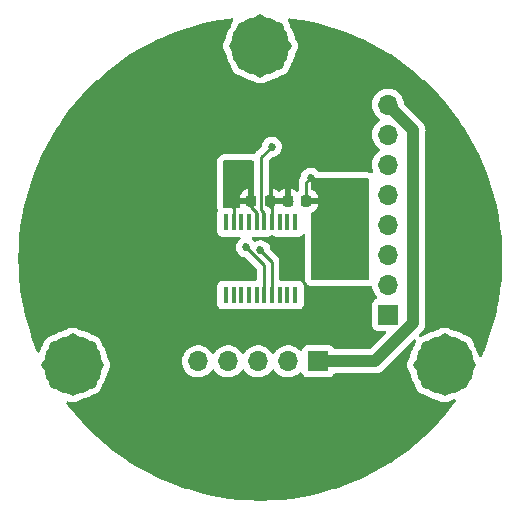
<source format=gbr>
%TF.GenerationSoftware,KiCad,Pcbnew,6.0.1-79c1e3a40b~116~ubuntu21.10.1*%
%TF.CreationDate,2022-03-03T18:49:24-07:00*%
%TF.ProjectId,MotorSpeedController,4d6f746f-7253-4706-9565-64436f6e7472,rev?*%
%TF.SameCoordinates,Original*%
%TF.FileFunction,Copper,L2,Bot*%
%TF.FilePolarity,Positive*%
%FSLAX46Y46*%
G04 Gerber Fmt 4.6, Leading zero omitted, Abs format (unit mm)*
G04 Created by KiCad (PCBNEW 6.0.1-79c1e3a40b~116~ubuntu21.10.1) date 2022-03-03 18:49:24*
%MOMM*%
%LPD*%
G01*
G04 APERTURE LIST*
G04 Aperture macros list*
%AMRoundRect*
0 Rectangle with rounded corners*
0 $1 Rounding radius*
0 $2 $3 $4 $5 $6 $7 $8 $9 X,Y pos of 4 corners*
0 Add a 4 corners polygon primitive as box body*
4,1,4,$2,$3,$4,$5,$6,$7,$8,$9,$2,$3,0*
0 Add four circle primitives for the rounded corners*
1,1,$1+$1,$2,$3*
1,1,$1+$1,$4,$5*
1,1,$1+$1,$6,$7*
1,1,$1+$1,$8,$9*
0 Add four rect primitives between the rounded corners*
20,1,$1+$1,$2,$3,$4,$5,0*
20,1,$1+$1,$4,$5,$6,$7,0*
20,1,$1+$1,$6,$7,$8,$9,0*
20,1,$1+$1,$8,$9,$2,$3,0*%
G04 Aperture macros list end*
%TA.AperFunction,ComponentPad*%
%ADD10C,0.800000*%
%TD*%
%TA.AperFunction,ComponentPad*%
%ADD11C,5.000000*%
%TD*%
%TA.AperFunction,ComponentPad*%
%ADD12R,1.700000X1.700000*%
%TD*%
%TA.AperFunction,ComponentPad*%
%ADD13O,1.700000X1.700000*%
%TD*%
%TA.AperFunction,SMDPad,CuDef*%
%ADD14RoundRect,0.218750X-0.218750X-0.256250X0.218750X-0.256250X0.218750X0.256250X-0.218750X0.256250X0*%
%TD*%
%TA.AperFunction,SMDPad,CuDef*%
%ADD15RoundRect,0.218750X0.218750X0.256250X-0.218750X0.256250X-0.218750X-0.256250X0.218750X-0.256250X0*%
%TD*%
%TA.AperFunction,SMDPad,CuDef*%
%ADD16R,0.460000X1.430000*%
%TD*%
%TA.AperFunction,ViaPad*%
%ADD17C,0.685800*%
%TD*%
%TA.AperFunction,Conductor*%
%ADD18C,0.254000*%
%TD*%
%TA.AperFunction,Conductor*%
%ADD19C,1.016000*%
%TD*%
G04 APERTURE END LIST*
D10*
%TO.P,H2,1*%
%TO.N,GND*%
X115890990Y-69309010D03*
X114300000Y-73150000D03*
X112709010Y-69309010D03*
D11*
X114300000Y-70900000D03*
D10*
X116550000Y-70900000D03*
X115890990Y-72490990D03*
X112709010Y-72490990D03*
X112050000Y-70900000D03*
X114300000Y-68650000D03*
%TD*%
%TO.P,H3,1*%
%TO.N,GND*%
X127635000Y-97900000D03*
X128294010Y-96309010D03*
X132135000Y-97900000D03*
X131475990Y-99490990D03*
X129885000Y-100150000D03*
X131475990Y-96309010D03*
X129885000Y-95650000D03*
X128294010Y-99490990D03*
D11*
X129885000Y-97900000D03*
%TD*%
D12*
%TO.P,J1,1*%
%TO.N,SS*%
X125095000Y-93662500D03*
D13*
%TO.P,J1,2*%
%TO.N,MOSI*%
X125095000Y-91122500D03*
%TO.P,J1,3*%
%TO.N,MISO*%
X125095000Y-88582500D03*
%TO.P,J1,4*%
%TO.N,SCK*%
X125095000Y-86042500D03*
%TO.P,J1,5*%
%TO.N,~{RST}*%
X125095000Y-83502500D03*
%TO.P,J1,6*%
%TO.N,GND*%
X125095000Y-80962500D03*
%TO.P,J1,7*%
X125095000Y-78422500D03*
%TO.P,J1,8*%
%TO.N,+12V*%
X125095000Y-75882500D03*
%TD*%
D10*
%TO.P,H1,1*%
%TO.N,GND*%
X98411000Y-100150000D03*
X96820010Y-96309010D03*
X96820010Y-99490990D03*
X100661000Y-97900000D03*
X98411000Y-95650000D03*
D11*
X98411000Y-97900000D03*
D10*
X96161000Y-97900000D03*
X100001990Y-96309010D03*
X100001990Y-99490990D03*
%TD*%
D12*
%TO.P,J2,1*%
%TO.N,+12V*%
X119189500Y-97599500D03*
D13*
%TO.P,J2,2*%
%TO.N,PWM*%
X116649500Y-97599500D03*
%TO.P,J2,3*%
%TO.N,DIR*%
X114109500Y-97599500D03*
%TO.P,J2,4*%
%TO.N,BRAKE*%
X111569500Y-97599500D03*
%TO.P,J2,5*%
%TO.N,GND*%
X109029500Y-97599500D03*
%TD*%
D14*
%TO.P,C3,1*%
%TO.N,+5V*%
X116624000Y-84010500D03*
%TO.P,C3,2*%
%TO.N,GND*%
X118199000Y-84010500D03*
%TD*%
D15*
%TO.P,C5,1*%
%TO.N,+5V*%
X115087500Y-84010500D03*
%TO.P,C5,2*%
%TO.N,GND*%
X113512500Y-84010500D03*
%TD*%
D16*
%TO.P,U2,1*%
%TO.N,N/C*%
X111375000Y-85820000D03*
%TO.P,U2,2*%
%TO.N,GND*%
X112025000Y-85820000D03*
%TO.P,U2,3*%
%TO.N,N/C*%
X112675000Y-85820000D03*
%TO.P,U2,4*%
X113325000Y-85820000D03*
%TO.P,U2,5*%
%TO.N,GND*%
X113975000Y-85820000D03*
%TO.P,U2,6*%
%TO.N,Net-(R3-Pad1)*%
X114625000Y-85820000D03*
%TO.P,U2,7*%
%TO.N,+5V*%
X115275000Y-85820000D03*
%TO.P,U2,8*%
%TO.N,N/C*%
X115925000Y-85820000D03*
%TO.P,U2,9*%
X116575000Y-85820000D03*
%TO.P,U2,10*%
X117225000Y-85820000D03*
%TO.P,U2,11*%
X117225000Y-91980000D03*
%TO.P,U2,12*%
X116575000Y-91980000D03*
%TO.P,U2,13*%
X115925000Y-91980000D03*
%TO.P,U2,14*%
%TO.N,INT0*%
X115275000Y-91980000D03*
%TO.P,U2,15*%
%TO.N,INT1*%
X114625000Y-91980000D03*
%TO.P,U2,16*%
%TO.N,N/C*%
X113975000Y-91980000D03*
%TO.P,U2,17*%
X113325000Y-91980000D03*
%TO.P,U2,18*%
X112675000Y-91980000D03*
%TO.P,U2,19*%
X112025000Y-91980000D03*
%TO.P,U2,20*%
X111375000Y-91980000D03*
%TD*%
D17*
%TO.N,GND*%
X111887000Y-82740500D03*
X112712500Y-82740500D03*
X121475500Y-84645500D03*
X120523000Y-83756500D03*
X111887000Y-81851500D03*
X121412000Y-83756500D03*
X121475500Y-88519000D03*
X122301000Y-84645500D03*
X122237500Y-83756500D03*
X121539000Y-90043000D03*
X111887000Y-81089500D03*
X118554500Y-82042000D03*
%TO.N,+5V*%
X117919500Y-99822000D03*
X116459000Y-90424000D03*
X113855500Y-79184500D03*
X111315500Y-89598500D03*
X119697500Y-99822000D03*
X120523000Y-99885500D03*
X111325268Y-87972914D03*
X118808500Y-99822000D03*
%TO.N,Net-(R3-Pad1)*%
X115252500Y-79438500D03*
%TO.N,INT0*%
X114300000Y-88201500D03*
%TO.N,INT1*%
X113093500Y-87947500D03*
%TD*%
D18*
%TO.N,GND*%
X113512500Y-84010500D02*
X113512500Y-84494128D01*
X112077500Y-83947000D02*
X113411000Y-83947000D01*
X113512500Y-84494128D02*
X114046000Y-85027628D01*
X118199000Y-84010500D02*
X118199000Y-82397500D01*
X118199000Y-82397500D02*
X118554500Y-82042000D01*
X112025000Y-83999500D02*
X112077500Y-83947000D01*
X114046000Y-85027628D02*
X114046000Y-85788500D01*
X112025000Y-85820000D02*
X112025000Y-83999500D01*
%TO.N,+5V*%
X115125500Y-84010500D02*
X115062000Y-84010500D01*
X115275000Y-85820000D02*
X115275000Y-84160000D01*
X115275000Y-84160000D02*
X115125500Y-84010500D01*
X115087500Y-84010500D02*
X116967000Y-84010500D01*
%TO.N,Net-(R3-Pad1)*%
X114363500Y-80327500D02*
X114363500Y-84806298D01*
X114363500Y-84806298D02*
X114617500Y-85060298D01*
X114617500Y-85060298D02*
X114617500Y-85852000D01*
X115252500Y-79438500D02*
X114363500Y-80327500D01*
%TO.N,INT0*%
X115275000Y-89176500D02*
X114300000Y-88201500D01*
X115275000Y-91980000D02*
X115275000Y-89176500D01*
%TO.N,INT1*%
X113093500Y-87947500D02*
X114617500Y-89471500D01*
X114617500Y-89471500D02*
X114617500Y-92011500D01*
D19*
%TO.N,+12V*%
X124001002Y-97599500D02*
X119189500Y-97599500D01*
X125095000Y-75882500D02*
X127254000Y-78041500D01*
X127254000Y-94346502D02*
X124001002Y-97599500D01*
X127254000Y-78041500D02*
X127254000Y-94346502D01*
%TD*%
%TA.AperFunction,Conductor*%
%TO.N,GND*%
G36*
X113670121Y-80601502D02*
G01*
X113716614Y-80655158D01*
X113728000Y-80707500D01*
X113728000Y-84138500D01*
X113707998Y-84206621D01*
X113654342Y-84253114D01*
X113602000Y-84264500D01*
X112585115Y-84264500D01*
X112569876Y-84268975D01*
X112568671Y-84270365D01*
X112567000Y-84278048D01*
X112567000Y-84311766D01*
X112567337Y-84318282D01*
X112576804Y-84409521D01*
X112579698Y-84422922D01*
X112582269Y-84430628D01*
X112584851Y-84501577D01*
X112548666Y-84562660D01*
X112485200Y-84594483D01*
X112462744Y-84596500D01*
X112396866Y-84596500D01*
X112361278Y-84600366D01*
X112334065Y-84600366D01*
X112306480Y-84597369D01*
X112299673Y-84597000D01*
X112273115Y-84597000D01*
X112257876Y-84601475D01*
X112236872Y-84625714D01*
X112203973Y-84652256D01*
X112198295Y-84654385D01*
X112100565Y-84727630D01*
X112034059Y-84752478D01*
X111964676Y-84737425D01*
X111949435Y-84727630D01*
X111876949Y-84673304D01*
X111851705Y-84654385D01*
X111843874Y-84651449D01*
X111804495Y-84611982D01*
X111789135Y-84598672D01*
X111781452Y-84597001D01*
X111750330Y-84597001D01*
X111743512Y-84597370D01*
X111715933Y-84600366D01*
X111688722Y-84600366D01*
X111653134Y-84596500D01*
X111251000Y-84596500D01*
X111182879Y-84576498D01*
X111136386Y-84522842D01*
X111125000Y-84470500D01*
X111125000Y-83738385D01*
X112567000Y-83738385D01*
X112571475Y-83753624D01*
X112572865Y-83754829D01*
X112580548Y-83756500D01*
X113240385Y-83756500D01*
X113255624Y-83752025D01*
X113256829Y-83750635D01*
X113258500Y-83742952D01*
X113258500Y-83045615D01*
X113254025Y-83030376D01*
X113252635Y-83029171D01*
X113245679Y-83027658D01*
X113242218Y-83027837D01*
X113150979Y-83037304D01*
X113137583Y-83040197D01*
X112990313Y-83089330D01*
X112977134Y-83095504D01*
X112845486Y-83176970D01*
X112834085Y-83186006D01*
X112724702Y-83295580D01*
X112715690Y-83306991D01*
X112634447Y-83438791D01*
X112628303Y-83451968D01*
X112579421Y-83599343D01*
X112576555Y-83612710D01*
X112567328Y-83702770D01*
X112567000Y-83709185D01*
X112567000Y-83738385D01*
X111125000Y-83738385D01*
X111125000Y-80707500D01*
X111145002Y-80639379D01*
X111198658Y-80592886D01*
X111251000Y-80581500D01*
X113602000Y-80581500D01*
X113670121Y-80601502D01*
G37*
%TD.AperFunction*%
%TD*%
%TA.AperFunction,Conductor*%
%TO.N,GND*%
G36*
X123449621Y-82125502D02*
G01*
X123496114Y-82179158D01*
X123507500Y-82231500D01*
X123507500Y-90615500D01*
X123487498Y-90683621D01*
X123433842Y-90730114D01*
X123381500Y-90741500D01*
X118708000Y-90741500D01*
X118639879Y-90721498D01*
X118593386Y-90667842D01*
X118582000Y-90615500D01*
X118582000Y-85068897D01*
X118602002Y-85000776D01*
X118655658Y-84954283D01*
X118668124Y-84949373D01*
X118721187Y-84931670D01*
X118734366Y-84925496D01*
X118866014Y-84844030D01*
X118877415Y-84834994D01*
X118986798Y-84725420D01*
X118995810Y-84714009D01*
X119077053Y-84582209D01*
X119083197Y-84569032D01*
X119132079Y-84421657D01*
X119134945Y-84408290D01*
X119144172Y-84318230D01*
X119144500Y-84311815D01*
X119144500Y-84282615D01*
X119140025Y-84267376D01*
X119138635Y-84266171D01*
X119130952Y-84264500D01*
X118582000Y-84264500D01*
X118582000Y-83756500D01*
X119126385Y-83756500D01*
X119141624Y-83752025D01*
X119142829Y-83750635D01*
X119144500Y-83742952D01*
X119144500Y-83709234D01*
X119144163Y-83702718D01*
X119134696Y-83611479D01*
X119131803Y-83598083D01*
X119082670Y-83450813D01*
X119076496Y-83437634D01*
X118995030Y-83305986D01*
X118985994Y-83294585D01*
X118876420Y-83185202D01*
X118865009Y-83176190D01*
X118733209Y-83094947D01*
X118720031Y-83088803D01*
X118668333Y-83071655D01*
X118609973Y-83031224D01*
X118582736Y-82965660D01*
X118582000Y-82952062D01*
X118582000Y-82231500D01*
X118602002Y-82163379D01*
X118655658Y-82116886D01*
X118708000Y-82105500D01*
X123381500Y-82105500D01*
X123449621Y-82125502D01*
G37*
%TD.AperFunction*%
%TD*%
%TA.AperFunction,Conductor*%
%TO.N,+5V*%
G36*
X116732200Y-68556749D02*
G01*
X116971995Y-68583011D01*
X116977446Y-68583728D01*
X117855693Y-68718904D01*
X117861106Y-68719859D01*
X118307316Y-68808615D01*
X118732603Y-68893209D01*
X118737931Y-68894391D01*
X119447315Y-69067976D01*
X119601055Y-69105596D01*
X119606364Y-69107019D01*
X120459421Y-69355662D01*
X120464664Y-69357315D01*
X121306083Y-69642938D01*
X121311219Y-69644808D01*
X122139401Y-69966870D01*
X122144460Y-69968966D01*
X122476430Y-70115036D01*
X122957774Y-70326833D01*
X122962756Y-70329156D01*
X123759672Y-70722151D01*
X123764549Y-70724689D01*
X124543604Y-71152093D01*
X124548364Y-71154842D01*
X125307992Y-71615795D01*
X125312629Y-71618749D01*
X126051459Y-72112420D01*
X126055928Y-72115549D01*
X126453143Y-72406799D01*
X126772532Y-72640985D01*
X126776893Y-72644332D01*
X127469842Y-73200482D01*
X127474054Y-73204015D01*
X127748236Y-73444466D01*
X128092038Y-73745972D01*
X128142129Y-73789901D01*
X128146182Y-73793615D01*
X128788046Y-74408067D01*
X128791933Y-74411954D01*
X129406385Y-75053818D01*
X129410099Y-75057871D01*
X129995985Y-75725946D01*
X129999518Y-75730158D01*
X130555668Y-76423107D01*
X130559015Y-76427468D01*
X131084451Y-77144072D01*
X131087580Y-77148541D01*
X131310144Y-77481631D01*
X131581251Y-77887371D01*
X131584205Y-77892008D01*
X132045158Y-78651636D01*
X132047907Y-78656396D01*
X132475311Y-79435451D01*
X132477849Y-79440328D01*
X132870844Y-80237244D01*
X132873167Y-80242226D01*
X132984945Y-80496260D01*
X133173183Y-80924062D01*
X133231030Y-81055530D01*
X133233130Y-81060599D01*
X133545560Y-81864009D01*
X133555187Y-81888766D01*
X133557062Y-81893917D01*
X133763596Y-82502348D01*
X133842685Y-82735336D01*
X133844338Y-82740579D01*
X134092981Y-83593636D01*
X134094404Y-83598945D01*
X134305609Y-84462069D01*
X134306791Y-84467397D01*
X134384545Y-84858295D01*
X134480141Y-85338894D01*
X134481096Y-85344307D01*
X134616272Y-86222554D01*
X134616989Y-86228003D01*
X134711029Y-87086671D01*
X134713723Y-87111274D01*
X134714202Y-87116746D01*
X134768222Y-87940935D01*
X134772316Y-88003404D01*
X134772556Y-88008896D01*
X134791940Y-88897251D01*
X134791940Y-88902749D01*
X134772842Y-89778016D01*
X134772556Y-89791104D01*
X134772316Y-89796591D01*
X134718423Y-90618849D01*
X134714202Y-90683250D01*
X134713723Y-90688722D01*
X134662920Y-91152599D01*
X134616989Y-91571995D01*
X134616272Y-91577446D01*
X134481096Y-92455693D01*
X134480141Y-92461106D01*
X134424722Y-92739717D01*
X134333190Y-93199887D01*
X134306794Y-93332588D01*
X134305609Y-93337931D01*
X134131764Y-94048377D01*
X134094404Y-94201055D01*
X134092981Y-94206364D01*
X133844338Y-95059421D01*
X133842685Y-95064664D01*
X133600614Y-95777784D01*
X133557067Y-95906068D01*
X133555192Y-95911219D01*
X133272102Y-96639184D01*
X133233134Y-96739391D01*
X133231034Y-96744460D01*
X133040504Y-97177473D01*
X132994761Y-97231769D01*
X132926924Y-97252715D01*
X132858532Y-97233660D01*
X132811299Y-97180655D01*
X132804364Y-97162513D01*
X132794379Y-97128805D01*
X132720437Y-96879180D01*
X132672920Y-96767777D01*
X132585740Y-96563386D01*
X132585738Y-96563383D01*
X132584316Y-96560048D01*
X132576358Y-96546095D01*
X132414214Y-96261826D01*
X132414212Y-96261822D01*
X132412417Y-96258676D01*
X132399690Y-96241351D01*
X132375927Y-96179928D01*
X132370222Y-96125645D01*
X132370222Y-96125643D01*
X132369532Y-96119082D01*
X132310517Y-95937454D01*
X132215030Y-95772066D01*
X132208725Y-95765063D01*
X132091665Y-95635055D01*
X132091664Y-95635054D01*
X132087243Y-95630144D01*
X131932742Y-95517892D01*
X131926714Y-95515208D01*
X131926712Y-95515207D01*
X131764309Y-95442901D01*
X131764308Y-95442901D01*
X131758278Y-95440216D01*
X131577936Y-95401883D01*
X131533857Y-95383218D01*
X131475659Y-95344111D01*
X131419047Y-95306069D01*
X131110741Y-95146940D01*
X130786189Y-95024302D01*
X130782668Y-95023418D01*
X130782663Y-95023416D01*
X130478542Y-94947027D01*
X130435176Y-94926759D01*
X130347094Y-94862763D01*
X130347093Y-94862762D01*
X130341752Y-94858882D01*
X130335724Y-94856198D01*
X130335722Y-94856197D01*
X130173319Y-94783891D01*
X130173318Y-94783891D01*
X130167288Y-94781206D01*
X130063782Y-94759205D01*
X129986944Y-94742872D01*
X129986939Y-94742872D01*
X129980487Y-94741500D01*
X129789513Y-94741500D01*
X129783061Y-94742872D01*
X129783056Y-94742872D01*
X129706218Y-94759205D01*
X129602712Y-94781206D01*
X129596682Y-94783891D01*
X129596681Y-94783891D01*
X129434278Y-94856197D01*
X129434276Y-94856198D01*
X129428248Y-94858882D01*
X129422907Y-94862762D01*
X129422906Y-94862763D01*
X129405016Y-94875761D01*
X129338520Y-94924074D01*
X129328852Y-94931098D01*
X129281634Y-94952270D01*
X129138784Y-94983416D01*
X129084146Y-94995329D01*
X129074583Y-94997414D01*
X129071156Y-94998587D01*
X129071150Y-94998589D01*
X128790556Y-95094658D01*
X128746339Y-95109797D01*
X128433188Y-95259163D01*
X128430109Y-95261094D01*
X128430108Y-95261095D01*
X128231567Y-95385640D01*
X128190809Y-95402150D01*
X128011722Y-95440216D01*
X127886729Y-95495866D01*
X127816363Y-95505300D01*
X127752066Y-95475194D01*
X127714252Y-95415105D01*
X127714928Y-95344111D01*
X127746386Y-95291664D01*
X127928733Y-95109317D01*
X127938876Y-95100215D01*
X127968649Y-95076277D01*
X128001187Y-95037500D01*
X128004352Y-95033872D01*
X128006046Y-95032004D01*
X128008240Y-95029810D01*
X128035736Y-94996336D01*
X128036488Y-94995429D01*
X128096786Y-94923569D01*
X128099375Y-94918860D01*
X128102782Y-94914712D01*
X128105690Y-94909288D01*
X128105693Y-94909284D01*
X128147050Y-94832153D01*
X128147679Y-94830994D01*
X128175805Y-94779834D01*
X128192821Y-94748881D01*
X128194444Y-94743765D01*
X128196984Y-94739028D01*
X128224384Y-94649406D01*
X128224767Y-94648176D01*
X128251236Y-94564736D01*
X128253098Y-94558867D01*
X128253697Y-94553529D01*
X128255267Y-94548393D01*
X128264746Y-94455071D01*
X128264866Y-94453951D01*
X128270500Y-94403718D01*
X128270500Y-94400213D01*
X128270562Y-94399105D01*
X128271010Y-94393410D01*
X128274790Y-94356197D01*
X128274790Y-94356190D01*
X128275412Y-94350067D01*
X128271059Y-94304016D01*
X128270500Y-94292159D01*
X128270500Y-78103776D01*
X128271237Y-78090168D01*
X128274697Y-78058321D01*
X128274697Y-78058317D01*
X128275362Y-78052196D01*
X128270954Y-78001810D01*
X128270625Y-77996982D01*
X128270500Y-77994427D01*
X128270500Y-77991343D01*
X128268992Y-77975969D01*
X128266278Y-77948281D01*
X128266156Y-77946968D01*
X128261347Y-77892008D01*
X128257988Y-77853608D01*
X128256489Y-77848448D01*
X128255965Y-77843106D01*
X128228883Y-77753404D01*
X128228527Y-77752204D01*
X128202372Y-77662178D01*
X128199900Y-77657410D01*
X128198348Y-77652268D01*
X128195453Y-77646823D01*
X128195450Y-77646816D01*
X128154367Y-77569550D01*
X128153753Y-77568382D01*
X128151813Y-77564638D01*
X128110634Y-77485196D01*
X128107282Y-77480997D01*
X128104761Y-77476256D01*
X128045506Y-77403603D01*
X128044719Y-77402626D01*
X128015436Y-77365944D01*
X128015430Y-77365937D01*
X128013232Y-77363184D01*
X128010736Y-77360688D01*
X128010026Y-77359894D01*
X128006307Y-77355540D01*
X127982663Y-77326549D01*
X127982660Y-77326546D01*
X127978768Y-77321774D01*
X127943127Y-77292289D01*
X127934348Y-77284300D01*
X126484185Y-75834137D01*
X126450159Y-75771825D01*
X126447704Y-75755366D01*
X126440276Y-75665022D01*
X126439852Y-75659861D01*
X126385431Y-75443202D01*
X126296354Y-75238340D01*
X126256906Y-75177362D01*
X126177822Y-75055117D01*
X126177820Y-75055114D01*
X126175014Y-75050777D01*
X126024670Y-74885551D01*
X126020619Y-74882352D01*
X126020615Y-74882348D01*
X125853414Y-74750300D01*
X125853410Y-74750298D01*
X125849359Y-74747098D01*
X125653789Y-74639138D01*
X125648920Y-74637414D01*
X125648916Y-74637412D01*
X125448087Y-74566295D01*
X125448083Y-74566294D01*
X125443212Y-74564569D01*
X125438119Y-74563662D01*
X125438116Y-74563661D01*
X125228373Y-74526300D01*
X125228367Y-74526299D01*
X125223284Y-74525394D01*
X125149452Y-74524492D01*
X125005081Y-74522728D01*
X125005079Y-74522728D01*
X124999911Y-74522665D01*
X124779091Y-74556455D01*
X124566756Y-74625857D01*
X124368607Y-74729007D01*
X124364474Y-74732110D01*
X124364471Y-74732112D01*
X124340247Y-74750300D01*
X124189965Y-74863135D01*
X124035629Y-75024638D01*
X123909743Y-75209180D01*
X123815688Y-75411805D01*
X123755989Y-75627070D01*
X123732251Y-75849195D01*
X123745110Y-76072215D01*
X123746247Y-76077261D01*
X123746248Y-76077267D01*
X123770304Y-76184008D01*
X123794222Y-76290139D01*
X123878266Y-76497116D01*
X123994987Y-76687588D01*
X124141250Y-76856438D01*
X124313126Y-76999132D01*
X124383595Y-77040311D01*
X124386445Y-77041976D01*
X124435169Y-77093614D01*
X124448240Y-77163397D01*
X124421509Y-77229169D01*
X124381055Y-77262527D01*
X124368607Y-77269007D01*
X124364474Y-77272110D01*
X124364471Y-77272112D01*
X124194100Y-77400030D01*
X124189965Y-77403135D01*
X124186393Y-77406873D01*
X124111419Y-77485329D01*
X124035629Y-77564638D01*
X123909743Y-77749180D01*
X123815688Y-77951805D01*
X123755989Y-78167070D01*
X123732251Y-78389195D01*
X123745110Y-78612215D01*
X123746247Y-78617261D01*
X123746248Y-78617267D01*
X123763636Y-78694419D01*
X123794222Y-78830139D01*
X123878266Y-79037116D01*
X123994987Y-79227588D01*
X124141250Y-79396438D01*
X124313126Y-79539132D01*
X124383595Y-79580311D01*
X124386445Y-79581976D01*
X124435169Y-79633614D01*
X124448240Y-79703397D01*
X124421509Y-79769169D01*
X124381055Y-79802527D01*
X124368607Y-79809007D01*
X124364474Y-79812110D01*
X124364471Y-79812112D01*
X124194100Y-79940030D01*
X124189965Y-79943135D01*
X124140240Y-79995169D01*
X124043411Y-80096495D01*
X124035629Y-80104638D01*
X123909743Y-80289180D01*
X123815688Y-80491805D01*
X123755989Y-80707070D01*
X123732251Y-80929195D01*
X123732548Y-80934348D01*
X123732548Y-80934351D01*
X123739535Y-81055530D01*
X123745110Y-81152215D01*
X123746247Y-81157261D01*
X123746248Y-81157267D01*
X123761837Y-81226438D01*
X123794222Y-81370139D01*
X123796164Y-81374921D01*
X123796165Y-81374925D01*
X123854399Y-81518338D01*
X123861495Y-81588979D01*
X123829273Y-81652243D01*
X123767963Y-81688043D01*
X123697031Y-81685013D01*
X123685314Y-81680356D01*
X123623755Y-81652243D01*
X123592740Y-81638079D01*
X123568986Y-81631104D01*
X123528942Y-81619346D01*
X123528938Y-81619345D01*
X123524619Y-81618077D01*
X123520171Y-81617437D01*
X123520164Y-81617436D01*
X123385948Y-81598139D01*
X123385941Y-81598138D01*
X123381500Y-81597500D01*
X119353084Y-81597500D01*
X119284963Y-81577498D01*
X119251150Y-81545564D01*
X119250392Y-81544521D01*
X119247091Y-81538803D01*
X119127336Y-81405801D01*
X119071311Y-81365096D01*
X118987887Y-81304485D01*
X118987886Y-81304484D01*
X118982545Y-81300604D01*
X118976517Y-81297920D01*
X118976515Y-81297919D01*
X118825077Y-81230495D01*
X118825076Y-81230495D01*
X118819046Y-81227810D01*
X118731516Y-81209205D01*
X118650443Y-81191972D01*
X118650439Y-81191972D01*
X118643986Y-81190600D01*
X118465014Y-81190600D01*
X118458561Y-81191972D01*
X118458557Y-81191972D01*
X118377484Y-81209205D01*
X118289954Y-81227810D01*
X118283924Y-81230495D01*
X118283923Y-81230495D01*
X118132485Y-81297919D01*
X118132483Y-81297920D01*
X118126455Y-81300604D01*
X118121114Y-81304484D01*
X118121113Y-81304485D01*
X118037690Y-81365096D01*
X117981664Y-81405801D01*
X117861909Y-81538803D01*
X117772423Y-81693797D01*
X117717118Y-81864009D01*
X117716428Y-81870572D01*
X117716428Y-81870573D01*
X117707294Y-81957476D01*
X117684382Y-82017161D01*
X117680783Y-82020994D01*
X117676965Y-82027938D01*
X117676964Y-82027940D01*
X117670978Y-82038829D01*
X117660127Y-82055347D01*
X117647650Y-82071433D01*
X117630024Y-82112166D01*
X117624807Y-82122814D01*
X117603431Y-82161697D01*
X117601460Y-82169372D01*
X117601458Y-82169378D01*
X117598369Y-82181411D01*
X117591966Y-82200113D01*
X117583883Y-82218792D01*
X117581843Y-82231674D01*
X117576940Y-82262627D01*
X117574535Y-82274240D01*
X117563500Y-82317218D01*
X117563500Y-82337565D01*
X117561949Y-82357276D01*
X117558765Y-82377379D01*
X117559511Y-82385271D01*
X117562941Y-82421556D01*
X117563500Y-82433414D01*
X117563500Y-83090438D01*
X117543498Y-83158559D01*
X117524523Y-83179509D01*
X117525445Y-83180429D01*
X117500259Y-83205659D01*
X117437977Y-83239738D01*
X117367157Y-83234735D01*
X117322068Y-83205814D01*
X117301420Y-83185202D01*
X117290009Y-83176190D01*
X117158209Y-83094947D01*
X117145032Y-83088803D01*
X116997657Y-83039921D01*
X116984290Y-83037055D01*
X116894800Y-83027886D01*
X116880876Y-83031975D01*
X116879671Y-83033365D01*
X116878000Y-83041048D01*
X116878000Y-84138500D01*
X116857998Y-84206621D01*
X116804342Y-84253114D01*
X116752000Y-84264500D01*
X115359615Y-84264500D01*
X115344376Y-84268975D01*
X115343171Y-84270365D01*
X115341500Y-84278048D01*
X115341500Y-84538885D01*
X115345887Y-84553826D01*
X115345887Y-84624823D01*
X115307503Y-84684549D01*
X115242922Y-84714042D01*
X115172648Y-84703937D01*
X115149425Y-84690149D01*
X115139993Y-84683080D01*
X115123991Y-84667342D01*
X115123634Y-84667699D01*
X115109247Y-84653312D01*
X115096406Y-84638278D01*
X115089102Y-84628225D01*
X115084442Y-84621811D01*
X115050250Y-84593525D01*
X115041471Y-84585536D01*
X115035905Y-84579970D01*
X115001879Y-84517658D01*
X114999000Y-84490875D01*
X114999000Y-83738385D01*
X115341500Y-83738385D01*
X115345975Y-83753624D01*
X115347365Y-83754829D01*
X115355048Y-83756500D01*
X116351885Y-83756500D01*
X116367124Y-83752025D01*
X116368329Y-83750635D01*
X116370000Y-83742952D01*
X116370000Y-83045615D01*
X116365525Y-83030376D01*
X116364135Y-83029171D01*
X116357179Y-83027658D01*
X116353718Y-83027837D01*
X116262479Y-83037304D01*
X116249083Y-83040197D01*
X116101813Y-83089330D01*
X116088634Y-83095504D01*
X115956986Y-83176970D01*
X115945588Y-83186004D01*
X115944835Y-83186758D01*
X115944193Y-83187109D01*
X115939848Y-83190553D01*
X115939259Y-83189810D01*
X115882554Y-83220841D01*
X115811734Y-83215841D01*
X115770791Y-83189581D01*
X115770666Y-83189740D01*
X115769054Y-83188467D01*
X115766639Y-83186918D01*
X115764920Y-83185202D01*
X115753509Y-83176190D01*
X115621709Y-83094947D01*
X115608532Y-83088803D01*
X115461157Y-83039921D01*
X115447790Y-83037055D01*
X115358300Y-83027886D01*
X115344376Y-83031975D01*
X115343171Y-83033365D01*
X115341500Y-83041048D01*
X115341500Y-83738385D01*
X114999000Y-83738385D01*
X114999000Y-80642923D01*
X115019002Y-80574802D01*
X115035905Y-80553827D01*
X115264108Y-80325625D01*
X115326420Y-80291600D01*
X115336994Y-80289900D01*
X115341986Y-80289900D01*
X115348440Y-80288528D01*
X115348442Y-80288528D01*
X115405964Y-80276301D01*
X115517046Y-80252690D01*
X115540549Y-80242226D01*
X115674515Y-80182581D01*
X115674517Y-80182580D01*
X115680545Y-80179896D01*
X115685887Y-80176015D01*
X115819992Y-80078582D01*
X115819994Y-80078580D01*
X115825336Y-80074699D01*
X115884185Y-80009340D01*
X115940672Y-79946605D01*
X115940673Y-79946604D01*
X115945091Y-79941697D01*
X116034577Y-79786703D01*
X116078397Y-79651838D01*
X116087842Y-79622770D01*
X116087842Y-79622769D01*
X116089882Y-79616491D01*
X116092310Y-79593396D01*
X116107900Y-79445065D01*
X116108590Y-79438500D01*
X116098918Y-79346476D01*
X116090572Y-79267073D01*
X116090572Y-79267072D01*
X116089882Y-79260509D01*
X116034577Y-79090297D01*
X115945091Y-78935303D01*
X115825336Y-78802301D01*
X115680545Y-78697104D01*
X115674517Y-78694420D01*
X115674515Y-78694419D01*
X115523077Y-78626995D01*
X115523076Y-78626995D01*
X115517046Y-78624310D01*
X115429516Y-78605705D01*
X115348443Y-78588472D01*
X115348439Y-78588472D01*
X115341986Y-78587100D01*
X115163014Y-78587100D01*
X115156561Y-78588472D01*
X115156557Y-78588472D01*
X115075484Y-78605705D01*
X114987954Y-78624310D01*
X114981924Y-78626995D01*
X114981923Y-78626995D01*
X114830485Y-78694419D01*
X114830483Y-78694420D01*
X114824455Y-78697104D01*
X114679664Y-78802301D01*
X114559909Y-78935303D01*
X114470423Y-79090297D01*
X114415118Y-79260509D01*
X114414428Y-79267072D01*
X114414428Y-79267073D01*
X114406082Y-79346476D01*
X114379068Y-79412133D01*
X114369867Y-79422400D01*
X113970017Y-79822250D01*
X113961691Y-79829826D01*
X113955197Y-79833947D01*
X113949774Y-79839722D01*
X113908415Y-79883765D01*
X113905660Y-79886607D01*
X113885861Y-79906406D01*
X113883437Y-79909531D01*
X113883429Y-79909540D01*
X113883363Y-79909626D01*
X113875655Y-79918651D01*
X113845283Y-79950994D01*
X113841465Y-79957938D01*
X113841464Y-79957940D01*
X113835478Y-79968829D01*
X113824627Y-79985347D01*
X113812150Y-80001433D01*
X113808728Y-80009341D01*
X113808383Y-80009756D01*
X113804967Y-80015532D01*
X113804035Y-80014981D01*
X113763318Y-80063915D01*
X113695611Y-80085276D01*
X113675159Y-80084018D01*
X113606459Y-80074140D01*
X113606444Y-80074139D01*
X113602000Y-80073500D01*
X111251000Y-80073500D01*
X111247652Y-80073860D01*
X111247651Y-80073860D01*
X111222470Y-80076567D01*
X111143020Y-80085109D01*
X111139736Y-80085823D01*
X111139732Y-80085824D01*
X111114661Y-80091278D01*
X111090678Y-80096495D01*
X110987628Y-80130793D01*
X110865990Y-80208965D01*
X110812334Y-80255458D01*
X110717645Y-80364734D01*
X110657579Y-80496260D01*
X110637577Y-80564381D01*
X110636937Y-80568829D01*
X110636936Y-80568836D01*
X110617639Y-80703052D01*
X110617638Y-80703059D01*
X110617000Y-80707500D01*
X110617000Y-84470500D01*
X110628609Y-84578480D01*
X110639995Y-84630822D01*
X110674293Y-84733872D01*
X110678553Y-84740500D01*
X110678553Y-84740501D01*
X110682273Y-84746289D01*
X110702274Y-84814410D01*
X110694256Y-84858637D01*
X110646029Y-84987282D01*
X110646027Y-84987288D01*
X110643255Y-84994684D01*
X110636500Y-85056866D01*
X110636500Y-86583134D01*
X110643255Y-86645316D01*
X110694385Y-86781705D01*
X110781739Y-86898261D01*
X110898295Y-86985615D01*
X111034684Y-87036745D01*
X111088867Y-87042631D01*
X111092457Y-87043021D01*
X111096866Y-87043500D01*
X111653134Y-87043500D01*
X111686394Y-87039887D01*
X111713606Y-87039887D01*
X111746866Y-87043500D01*
X112303134Y-87043500D01*
X112336394Y-87039887D01*
X112363606Y-87039887D01*
X112396866Y-87043500D01*
X112501472Y-87043500D01*
X112569593Y-87063502D01*
X112616086Y-87117158D01*
X112626190Y-87187432D01*
X112596696Y-87252012D01*
X112575533Y-87271436D01*
X112520664Y-87311301D01*
X112516243Y-87316211D01*
X112516242Y-87316212D01*
X112414682Y-87429007D01*
X112400909Y-87444303D01*
X112367306Y-87502505D01*
X112318541Y-87586969D01*
X112311423Y-87599297D01*
X112256118Y-87769509D01*
X112237410Y-87947500D01*
X112256118Y-88125491D01*
X112258158Y-88131769D01*
X112258158Y-88131770D01*
X112288489Y-88225120D01*
X112311423Y-88295703D01*
X112400909Y-88450697D01*
X112520664Y-88583699D01*
X112665455Y-88688896D01*
X112671483Y-88691580D01*
X112671485Y-88691581D01*
X112764425Y-88732960D01*
X112828954Y-88761690D01*
X113004014Y-88798900D01*
X113007153Y-88798900D01*
X113071622Y-88825421D01*
X113081894Y-88834626D01*
X113945095Y-89697827D01*
X113979121Y-89760139D01*
X113982000Y-89786922D01*
X113982000Y-90630500D01*
X113961998Y-90698621D01*
X113908342Y-90745114D01*
X113856000Y-90756500D01*
X113696866Y-90756500D01*
X113663606Y-90760113D01*
X113636394Y-90760113D01*
X113603134Y-90756500D01*
X113046866Y-90756500D01*
X113013606Y-90760113D01*
X112986394Y-90760113D01*
X112953134Y-90756500D01*
X112396866Y-90756500D01*
X112363606Y-90760113D01*
X112336394Y-90760113D01*
X112303134Y-90756500D01*
X111746866Y-90756500D01*
X111713606Y-90760113D01*
X111686394Y-90760113D01*
X111653134Y-90756500D01*
X111096866Y-90756500D01*
X111034684Y-90763255D01*
X110898295Y-90814385D01*
X110781739Y-90901739D01*
X110694385Y-91018295D01*
X110643255Y-91154684D01*
X110636500Y-91216866D01*
X110636500Y-92743134D01*
X110643255Y-92805316D01*
X110694385Y-92941705D01*
X110781739Y-93058261D01*
X110898295Y-93145615D01*
X111034684Y-93196745D01*
X111096866Y-93203500D01*
X111653134Y-93203500D01*
X111686394Y-93199887D01*
X111713606Y-93199887D01*
X111746866Y-93203500D01*
X112303134Y-93203500D01*
X112336394Y-93199887D01*
X112363606Y-93199887D01*
X112396866Y-93203500D01*
X112953134Y-93203500D01*
X112986394Y-93199887D01*
X113013606Y-93199887D01*
X113046866Y-93203500D01*
X113603134Y-93203500D01*
X113636394Y-93199887D01*
X113663606Y-93199887D01*
X113696866Y-93203500D01*
X114253134Y-93203500D01*
X114286394Y-93199887D01*
X114313606Y-93199887D01*
X114346866Y-93203500D01*
X114903134Y-93203500D01*
X114936394Y-93199887D01*
X114963606Y-93199887D01*
X114996866Y-93203500D01*
X115553134Y-93203500D01*
X115586394Y-93199887D01*
X115613606Y-93199887D01*
X115646866Y-93203500D01*
X116203134Y-93203500D01*
X116236394Y-93199887D01*
X116263606Y-93199887D01*
X116296866Y-93203500D01*
X116853134Y-93203500D01*
X116886394Y-93199887D01*
X116913606Y-93199887D01*
X116946866Y-93203500D01*
X117503134Y-93203500D01*
X117565316Y-93196745D01*
X117701705Y-93145615D01*
X117818261Y-93058261D01*
X117905615Y-92941705D01*
X117956745Y-92805316D01*
X117963500Y-92743134D01*
X117963500Y-91216866D01*
X117956745Y-91154684D01*
X117905615Y-91018295D01*
X117818261Y-90901739D01*
X117701705Y-90814385D01*
X117565316Y-90763255D01*
X117503134Y-90756500D01*
X116946866Y-90756500D01*
X116913606Y-90760113D01*
X116886394Y-90760113D01*
X116853134Y-90756500D01*
X116296866Y-90756500D01*
X116263606Y-90760113D01*
X116236394Y-90760113D01*
X116203134Y-90756500D01*
X116036500Y-90756500D01*
X115968379Y-90736498D01*
X115921886Y-90682842D01*
X115910500Y-90630500D01*
X115910500Y-89255520D01*
X115911030Y-89244286D01*
X115912708Y-89236781D01*
X115910562Y-89168488D01*
X115910500Y-89164531D01*
X115910500Y-89136517D01*
X115909992Y-89132496D01*
X115909058Y-89120644D01*
X115907914Y-89084218D01*
X115907914Y-89084217D01*
X115907665Y-89076295D01*
X115901987Y-89056751D01*
X115897977Y-89037388D01*
X115896420Y-89025060D01*
X115896420Y-89025058D01*
X115895427Y-89017201D01*
X115892511Y-89009837D01*
X115892510Y-89009832D01*
X115879093Y-88975944D01*
X115875248Y-88964715D01*
X115865080Y-88929719D01*
X115862869Y-88922107D01*
X115852510Y-88904591D01*
X115843813Y-88886841D01*
X115836319Y-88867912D01*
X115810240Y-88832017D01*
X115803722Y-88822095D01*
X115785170Y-88790724D01*
X115785166Y-88790719D01*
X115781134Y-88783901D01*
X115766747Y-88769514D01*
X115753906Y-88754480D01*
X115746602Y-88744427D01*
X115741942Y-88738013D01*
X115707750Y-88709727D01*
X115698971Y-88701738D01*
X115182633Y-88185400D01*
X115148607Y-88123088D01*
X115146418Y-88109476D01*
X115138072Y-88030073D01*
X115138072Y-88030072D01*
X115137382Y-88023509D01*
X115131743Y-88006152D01*
X115084119Y-87859582D01*
X115082077Y-87853297D01*
X114992591Y-87698303D01*
X114872836Y-87565301D01*
X114855405Y-87552636D01*
X114733387Y-87463985D01*
X114733386Y-87463984D01*
X114728045Y-87460104D01*
X114722017Y-87457420D01*
X114722015Y-87457419D01*
X114570577Y-87389995D01*
X114570576Y-87389995D01*
X114564546Y-87387310D01*
X114477016Y-87368705D01*
X114395943Y-87351472D01*
X114395939Y-87351472D01*
X114389486Y-87350100D01*
X114210514Y-87350100D01*
X114204061Y-87351472D01*
X114204057Y-87351472D01*
X114122984Y-87368705D01*
X114035454Y-87387310D01*
X114029427Y-87389993D01*
X114029419Y-87389996D01*
X113904447Y-87445637D01*
X113834080Y-87455071D01*
X113769783Y-87424964D01*
X113759563Y-87414840D01*
X113670758Y-87316212D01*
X113670757Y-87316211D01*
X113666336Y-87311301D01*
X113610553Y-87270772D01*
X113567199Y-87214549D01*
X113561124Y-87143813D01*
X113594256Y-87081022D01*
X113656076Y-87046110D01*
X113691433Y-87043021D01*
X113693476Y-87043132D01*
X113696866Y-87043500D01*
X114253134Y-87043500D01*
X114286394Y-87039887D01*
X114313606Y-87039887D01*
X114346866Y-87043500D01*
X114903134Y-87043500D01*
X114938722Y-87039634D01*
X114965935Y-87039634D01*
X114993520Y-87042631D01*
X115000327Y-87043000D01*
X115026885Y-87043000D01*
X115042124Y-87038525D01*
X115063128Y-87014286D01*
X115096027Y-86987744D01*
X115101705Y-86985615D01*
X115199436Y-86912370D01*
X115265941Y-86887522D01*
X115335324Y-86902575D01*
X115350562Y-86912368D01*
X115448295Y-86985615D01*
X115456126Y-86988551D01*
X115495505Y-87028018D01*
X115510865Y-87041328D01*
X115518548Y-87042999D01*
X115549670Y-87042999D01*
X115556488Y-87042630D01*
X115584067Y-87039634D01*
X115611278Y-87039634D01*
X115646866Y-87043500D01*
X116203134Y-87043500D01*
X116236394Y-87039887D01*
X116263606Y-87039887D01*
X116296866Y-87043500D01*
X116853134Y-87043500D01*
X116886394Y-87039887D01*
X116913606Y-87039887D01*
X116946866Y-87043500D01*
X117503134Y-87043500D01*
X117507544Y-87043021D01*
X117511133Y-87042631D01*
X117565316Y-87036745D01*
X117701705Y-86985615D01*
X117818261Y-86898261D01*
X117847175Y-86859681D01*
X117904034Y-86817168D01*
X117974852Y-86812143D01*
X118037146Y-86846203D01*
X118071136Y-86908534D01*
X118074000Y-86935248D01*
X118074000Y-90615500D01*
X118085609Y-90723480D01*
X118096995Y-90775822D01*
X118131293Y-90878872D01*
X118209465Y-91000510D01*
X118212407Y-91003905D01*
X118212409Y-91003908D01*
X118232161Y-91026703D01*
X118255958Y-91054166D01*
X118365234Y-91148855D01*
X118496760Y-91208921D01*
X118503139Y-91210794D01*
X118560558Y-91227654D01*
X118560562Y-91227655D01*
X118564881Y-91228923D01*
X118569329Y-91229563D01*
X118569336Y-91229564D01*
X118703552Y-91248861D01*
X118703559Y-91248862D01*
X118708000Y-91249500D01*
X123381500Y-91249500D01*
X123489480Y-91237891D01*
X123492764Y-91237177D01*
X123492768Y-91237176D01*
X123517839Y-91231722D01*
X123541822Y-91226505D01*
X123581416Y-91213327D01*
X123652366Y-91210794D01*
X123713424Y-91247022D01*
X123744548Y-91312342D01*
X123745110Y-91312215D01*
X123794222Y-91530139D01*
X123878266Y-91737116D01*
X123994987Y-91927588D01*
X124141250Y-92096438D01*
X124145230Y-92099742D01*
X124149981Y-92103687D01*
X124189616Y-92162590D01*
X124191113Y-92233571D01*
X124153997Y-92294093D01*
X124113724Y-92318612D01*
X123998295Y-92361885D01*
X123881739Y-92449239D01*
X123794385Y-92565795D01*
X123743255Y-92702184D01*
X123736500Y-92764366D01*
X123736500Y-94560634D01*
X123743255Y-94622816D01*
X123794385Y-94759205D01*
X123881739Y-94875761D01*
X123998295Y-94963115D01*
X124134684Y-95014245D01*
X124196866Y-95021000D01*
X124837764Y-95021000D01*
X124905885Y-95041002D01*
X124952378Y-95094658D01*
X124962482Y-95164932D01*
X124932988Y-95229512D01*
X124926859Y-95236095D01*
X123616859Y-96546095D01*
X123554547Y-96580121D01*
X123527764Y-96583000D01*
X120607240Y-96583000D01*
X120539119Y-96562998D01*
X120496720Y-96517509D01*
X120493266Y-96511200D01*
X120490115Y-96502795D01*
X120484730Y-96495609D01*
X120408142Y-96393419D01*
X120402761Y-96386239D01*
X120286205Y-96298885D01*
X120149816Y-96247755D01*
X120087634Y-96241000D01*
X118291366Y-96241000D01*
X118229184Y-96247755D01*
X118092795Y-96298885D01*
X117976239Y-96386239D01*
X117888885Y-96502795D01*
X117885733Y-96511203D01*
X117844419Y-96621407D01*
X117801777Y-96678171D01*
X117735216Y-96702871D01*
X117665867Y-96687663D01*
X117633243Y-96661976D01*
X117582651Y-96606375D01*
X117582642Y-96606366D01*
X117579170Y-96602551D01*
X117575119Y-96599352D01*
X117575115Y-96599348D01*
X117407914Y-96467300D01*
X117407910Y-96467298D01*
X117403859Y-96464098D01*
X117208289Y-96356138D01*
X117203420Y-96354414D01*
X117203416Y-96354412D01*
X117002587Y-96283295D01*
X117002583Y-96283294D01*
X116997712Y-96281569D01*
X116992619Y-96280662D01*
X116992616Y-96280661D01*
X116782873Y-96243300D01*
X116782867Y-96243299D01*
X116777784Y-96242394D01*
X116703952Y-96241492D01*
X116559581Y-96239728D01*
X116559579Y-96239728D01*
X116554411Y-96239665D01*
X116333591Y-96273455D01*
X116121256Y-96342857D01*
X115923107Y-96446007D01*
X115918974Y-96449110D01*
X115918971Y-96449112D01*
X115748600Y-96577030D01*
X115744465Y-96580135D01*
X115705025Y-96621407D01*
X115650780Y-96678171D01*
X115590129Y-96741638D01*
X115482701Y-96899121D01*
X115427793Y-96944121D01*
X115357268Y-96952292D01*
X115293521Y-96921038D01*
X115272824Y-96896554D01*
X115192322Y-96772117D01*
X115192320Y-96772114D01*
X115189514Y-96767777D01*
X115039170Y-96602551D01*
X115035119Y-96599352D01*
X115035115Y-96599348D01*
X114867914Y-96467300D01*
X114867910Y-96467298D01*
X114863859Y-96464098D01*
X114668289Y-96356138D01*
X114663420Y-96354414D01*
X114663416Y-96354412D01*
X114462587Y-96283295D01*
X114462583Y-96283294D01*
X114457712Y-96281569D01*
X114452619Y-96280662D01*
X114452616Y-96280661D01*
X114242873Y-96243300D01*
X114242867Y-96243299D01*
X114237784Y-96242394D01*
X114163952Y-96241492D01*
X114019581Y-96239728D01*
X114019579Y-96239728D01*
X114014411Y-96239665D01*
X113793591Y-96273455D01*
X113581256Y-96342857D01*
X113383107Y-96446007D01*
X113378974Y-96449110D01*
X113378971Y-96449112D01*
X113208600Y-96577030D01*
X113204465Y-96580135D01*
X113165025Y-96621407D01*
X113110780Y-96678171D01*
X113050129Y-96741638D01*
X112942701Y-96899121D01*
X112887793Y-96944121D01*
X112817268Y-96952292D01*
X112753521Y-96921038D01*
X112732824Y-96896554D01*
X112652322Y-96772117D01*
X112652320Y-96772114D01*
X112649514Y-96767777D01*
X112499170Y-96602551D01*
X112495119Y-96599352D01*
X112495115Y-96599348D01*
X112327914Y-96467300D01*
X112327910Y-96467298D01*
X112323859Y-96464098D01*
X112128289Y-96356138D01*
X112123420Y-96354414D01*
X112123416Y-96354412D01*
X111922587Y-96283295D01*
X111922583Y-96283294D01*
X111917712Y-96281569D01*
X111912619Y-96280662D01*
X111912616Y-96280661D01*
X111702873Y-96243300D01*
X111702867Y-96243299D01*
X111697784Y-96242394D01*
X111623952Y-96241492D01*
X111479581Y-96239728D01*
X111479579Y-96239728D01*
X111474411Y-96239665D01*
X111253591Y-96273455D01*
X111041256Y-96342857D01*
X110843107Y-96446007D01*
X110838974Y-96449110D01*
X110838971Y-96449112D01*
X110668600Y-96577030D01*
X110664465Y-96580135D01*
X110625025Y-96621407D01*
X110570780Y-96678171D01*
X110510129Y-96741638D01*
X110402701Y-96899121D01*
X110347793Y-96944121D01*
X110277268Y-96952292D01*
X110213521Y-96921038D01*
X110192824Y-96896554D01*
X110112322Y-96772117D01*
X110112320Y-96772114D01*
X110109514Y-96767777D01*
X109959170Y-96602551D01*
X109955119Y-96599352D01*
X109955115Y-96599348D01*
X109787914Y-96467300D01*
X109787910Y-96467298D01*
X109783859Y-96464098D01*
X109588289Y-96356138D01*
X109583420Y-96354414D01*
X109583416Y-96354412D01*
X109382587Y-96283295D01*
X109382583Y-96283294D01*
X109377712Y-96281569D01*
X109372619Y-96280662D01*
X109372616Y-96280661D01*
X109162873Y-96243300D01*
X109162867Y-96243299D01*
X109157784Y-96242394D01*
X109083952Y-96241492D01*
X108939581Y-96239728D01*
X108939579Y-96239728D01*
X108934411Y-96239665D01*
X108713591Y-96273455D01*
X108501256Y-96342857D01*
X108303107Y-96446007D01*
X108298974Y-96449110D01*
X108298971Y-96449112D01*
X108128600Y-96577030D01*
X108124465Y-96580135D01*
X108085025Y-96621407D01*
X108030780Y-96678171D01*
X107970129Y-96741638D01*
X107844243Y-96926180D01*
X107797215Y-97027493D01*
X107755864Y-97116578D01*
X107750188Y-97128805D01*
X107690489Y-97344070D01*
X107666751Y-97566195D01*
X107679610Y-97789215D01*
X107680747Y-97794261D01*
X107680748Y-97794267D01*
X107703097Y-97893435D01*
X107728722Y-98007139D01*
X107812766Y-98214116D01*
X107855623Y-98284053D01*
X107926791Y-98400188D01*
X107929487Y-98404588D01*
X108075750Y-98573438D01*
X108247626Y-98716132D01*
X108440500Y-98828838D01*
X108649192Y-98908530D01*
X108654260Y-98909561D01*
X108654263Y-98909562D01*
X108761517Y-98931383D01*
X108868097Y-98953067D01*
X108873272Y-98953257D01*
X108873274Y-98953257D01*
X109086173Y-98961064D01*
X109086177Y-98961064D01*
X109091337Y-98961253D01*
X109096457Y-98960597D01*
X109096459Y-98960597D01*
X109307788Y-98933525D01*
X109307789Y-98933525D01*
X109312916Y-98932868D01*
X109317866Y-98931383D01*
X109521929Y-98870161D01*
X109521934Y-98870159D01*
X109526884Y-98868674D01*
X109727494Y-98770396D01*
X109909360Y-98640673D01*
X109929241Y-98620862D01*
X110004792Y-98545574D01*
X110067596Y-98482989D01*
X110089066Y-98453111D01*
X110197953Y-98301577D01*
X110199276Y-98302528D01*
X110246145Y-98259357D01*
X110316080Y-98247125D01*
X110381526Y-98274644D01*
X110409375Y-98306494D01*
X110469487Y-98404588D01*
X110615750Y-98573438D01*
X110787626Y-98716132D01*
X110980500Y-98828838D01*
X111189192Y-98908530D01*
X111194260Y-98909561D01*
X111194263Y-98909562D01*
X111301517Y-98931383D01*
X111408097Y-98953067D01*
X111413272Y-98953257D01*
X111413274Y-98953257D01*
X111626173Y-98961064D01*
X111626177Y-98961064D01*
X111631337Y-98961253D01*
X111636457Y-98960597D01*
X111636459Y-98960597D01*
X111847788Y-98933525D01*
X111847789Y-98933525D01*
X111852916Y-98932868D01*
X111857866Y-98931383D01*
X112061929Y-98870161D01*
X112061934Y-98870159D01*
X112066884Y-98868674D01*
X112267494Y-98770396D01*
X112449360Y-98640673D01*
X112469241Y-98620862D01*
X112544792Y-98545574D01*
X112607596Y-98482989D01*
X112629066Y-98453111D01*
X112737953Y-98301577D01*
X112739276Y-98302528D01*
X112786145Y-98259357D01*
X112856080Y-98247125D01*
X112921526Y-98274644D01*
X112949375Y-98306494D01*
X113009487Y-98404588D01*
X113155750Y-98573438D01*
X113327626Y-98716132D01*
X113520500Y-98828838D01*
X113729192Y-98908530D01*
X113734260Y-98909561D01*
X113734263Y-98909562D01*
X113841517Y-98931383D01*
X113948097Y-98953067D01*
X113953272Y-98953257D01*
X113953274Y-98953257D01*
X114166173Y-98961064D01*
X114166177Y-98961064D01*
X114171337Y-98961253D01*
X114176457Y-98960597D01*
X114176459Y-98960597D01*
X114387788Y-98933525D01*
X114387789Y-98933525D01*
X114392916Y-98932868D01*
X114397866Y-98931383D01*
X114601929Y-98870161D01*
X114601934Y-98870159D01*
X114606884Y-98868674D01*
X114807494Y-98770396D01*
X114989360Y-98640673D01*
X115009241Y-98620862D01*
X115084792Y-98545574D01*
X115147596Y-98482989D01*
X115169066Y-98453111D01*
X115277953Y-98301577D01*
X115279276Y-98302528D01*
X115326145Y-98259357D01*
X115396080Y-98247125D01*
X115461526Y-98274644D01*
X115489375Y-98306494D01*
X115549487Y-98404588D01*
X115695750Y-98573438D01*
X115867626Y-98716132D01*
X116060500Y-98828838D01*
X116269192Y-98908530D01*
X116274260Y-98909561D01*
X116274263Y-98909562D01*
X116381517Y-98931383D01*
X116488097Y-98953067D01*
X116493272Y-98953257D01*
X116493274Y-98953257D01*
X116706173Y-98961064D01*
X116706177Y-98961064D01*
X116711337Y-98961253D01*
X116716457Y-98960597D01*
X116716459Y-98960597D01*
X116927788Y-98933525D01*
X116927789Y-98933525D01*
X116932916Y-98932868D01*
X116937866Y-98931383D01*
X117141929Y-98870161D01*
X117141934Y-98870159D01*
X117146884Y-98868674D01*
X117347494Y-98770396D01*
X117529360Y-98640673D01*
X117637591Y-98532819D01*
X117699962Y-98498904D01*
X117770768Y-98504092D01*
X117827530Y-98546738D01*
X117844512Y-98577841D01*
X117859094Y-98616737D01*
X117888885Y-98696205D01*
X117976239Y-98812761D01*
X118092795Y-98900115D01*
X118229184Y-98951245D01*
X118291366Y-98958000D01*
X120087634Y-98958000D01*
X120149816Y-98951245D01*
X120286205Y-98900115D01*
X120402761Y-98812761D01*
X120446787Y-98754017D01*
X120484731Y-98703389D01*
X120484731Y-98703388D01*
X120490115Y-98696205D01*
X120493266Y-98687800D01*
X120496720Y-98681491D01*
X120546979Y-98631345D01*
X120607240Y-98616000D01*
X123938726Y-98616000D01*
X123952334Y-98616737D01*
X123984181Y-98620197D01*
X123984185Y-98620197D01*
X123990306Y-98620862D01*
X124027174Y-98617637D01*
X124040692Y-98616454D01*
X124045520Y-98616125D01*
X124048075Y-98616000D01*
X124051159Y-98616000D01*
X124066533Y-98614492D01*
X124094221Y-98611778D01*
X124095534Y-98611656D01*
X124135631Y-98608148D01*
X124188894Y-98603488D01*
X124194054Y-98601989D01*
X124199396Y-98601465D01*
X124289098Y-98574383D01*
X124290238Y-98574045D01*
X124380324Y-98547872D01*
X124385092Y-98545400D01*
X124390234Y-98543848D01*
X124395679Y-98540953D01*
X124395686Y-98540950D01*
X124472952Y-98499867D01*
X124474056Y-98499287D01*
X124557306Y-98456134D01*
X124561505Y-98452782D01*
X124566246Y-98450261D01*
X124617462Y-98408490D01*
X124638831Y-98391062D01*
X124639857Y-98390234D01*
X124676566Y-98360929D01*
X124676567Y-98360928D01*
X124679318Y-98358732D01*
X124681813Y-98356237D01*
X124682607Y-98355527D01*
X124686962Y-98351807D01*
X124715953Y-98328163D01*
X124715956Y-98328160D01*
X124720728Y-98324268D01*
X124750213Y-98288627D01*
X124758202Y-98279848D01*
X127272987Y-95765063D01*
X127335299Y-95731037D01*
X127406114Y-95736102D01*
X127462950Y-95778649D01*
X127487761Y-95845169D01*
X127471201Y-95917158D01*
X127459483Y-95937454D01*
X127400468Y-96119082D01*
X127399778Y-96125645D01*
X127399778Y-96125646D01*
X127393654Y-96183910D01*
X127375777Y-96236574D01*
X127311632Y-96341250D01*
X127229105Y-96475921D01*
X127227580Y-96479206D01*
X127227578Y-96479210D01*
X127179401Y-96583000D01*
X127083027Y-96790620D01*
X126974087Y-97120023D01*
X126973351Y-97123578D01*
X126973350Y-97123581D01*
X126938978Y-97289556D01*
X126909232Y-97348316D01*
X126895960Y-97363056D01*
X126800473Y-97528444D01*
X126741458Y-97710072D01*
X126721496Y-97900000D01*
X126722186Y-97906565D01*
X126732227Y-98002096D01*
X126741458Y-98089928D01*
X126800473Y-98271556D01*
X126803776Y-98277278D01*
X126803777Y-98277279D01*
X126869221Y-98390630D01*
X126895960Y-98436944D01*
X126900379Y-98441852D01*
X126900380Y-98441853D01*
X126902987Y-98444748D01*
X126931231Y-98497089D01*
X127018897Y-98831253D01*
X127144927Y-99154503D01*
X127146624Y-99157708D01*
X127280113Y-99409825D01*
X127307275Y-99461126D01*
X127309325Y-99464109D01*
X127309327Y-99464112D01*
X127371896Y-99555150D01*
X127393366Y-99613347D01*
X127400468Y-99680918D01*
X127459483Y-99862546D01*
X127554970Y-100027934D01*
X127682757Y-100169856D01*
X127837258Y-100282108D01*
X127843286Y-100284792D01*
X127843288Y-100284793D01*
X128005691Y-100357099D01*
X128011722Y-100359784D01*
X128152305Y-100389666D01*
X128185613Y-100396746D01*
X128232942Y-100417670D01*
X128267282Y-100442346D01*
X128267288Y-100442350D01*
X128270233Y-100444466D01*
X128573388Y-100613200D01*
X128893928Y-100745972D01*
X128897422Y-100746967D01*
X128897424Y-100746968D01*
X129224103Y-100840025D01*
X129224108Y-100840026D01*
X129227604Y-100841022D01*
X129231190Y-100841609D01*
X129231189Y-100841609D01*
X129279266Y-100849482D01*
X129332964Y-100871890D01*
X129428248Y-100941118D01*
X129434276Y-100943802D01*
X129434278Y-100943803D01*
X129596681Y-101016109D01*
X129602712Y-101018794D01*
X129683321Y-101035928D01*
X129783056Y-101057128D01*
X129783061Y-101057128D01*
X129789513Y-101058500D01*
X129980487Y-101058500D01*
X129986939Y-101057128D01*
X129986944Y-101057128D01*
X130086679Y-101035928D01*
X130167288Y-101018794D01*
X130173319Y-101016109D01*
X130335722Y-100943803D01*
X130335724Y-100943802D01*
X130341752Y-100941118D01*
X130440514Y-100869363D01*
X130491610Y-100847411D01*
X130564150Y-100833966D01*
X130600279Y-100827270D01*
X130600283Y-100827269D01*
X130603844Y-100826609D01*
X130699225Y-100797266D01*
X130770214Y-100796354D01*
X130830429Y-100833966D01*
X130860750Y-100898163D01*
X130851550Y-100968561D01*
X130837885Y-100992201D01*
X130559015Y-101372532D01*
X130555668Y-101376893D01*
X129999518Y-102069842D01*
X129995985Y-102074054D01*
X129410099Y-102742129D01*
X129406385Y-102746182D01*
X128791933Y-103388046D01*
X128788046Y-103391933D01*
X128146182Y-104006385D01*
X128142129Y-104010099D01*
X127474054Y-104595985D01*
X127469842Y-104599518D01*
X126776893Y-105155668D01*
X126772532Y-105159015D01*
X126055928Y-105684451D01*
X126051459Y-105687580D01*
X125530414Y-106035732D01*
X125312629Y-106181251D01*
X125307992Y-106184205D01*
X124548364Y-106645158D01*
X124543604Y-106647907D01*
X123764549Y-107075311D01*
X123759672Y-107077849D01*
X122962756Y-107470844D01*
X122957774Y-107473167D01*
X122826823Y-107530787D01*
X122144460Y-107831034D01*
X122139401Y-107833130D01*
X121311219Y-108155192D01*
X121306083Y-108157062D01*
X120691967Y-108365526D01*
X120464664Y-108442685D01*
X120459421Y-108444338D01*
X119606364Y-108692981D01*
X119601055Y-108694404D01*
X119448377Y-108731764D01*
X118737931Y-108905609D01*
X118732603Y-108906791D01*
X118307316Y-108991385D01*
X117861106Y-109080141D01*
X117855693Y-109081096D01*
X116977446Y-109216272D01*
X116971997Y-109216989D01*
X116088722Y-109313723D01*
X116083254Y-109314202D01*
X115196591Y-109372316D01*
X115191110Y-109372556D01*
X114403931Y-109389732D01*
X114302749Y-109391940D01*
X114297251Y-109391940D01*
X114196069Y-109389732D01*
X113408890Y-109372556D01*
X113403409Y-109372316D01*
X112516746Y-109314202D01*
X112511278Y-109313723D01*
X111628003Y-109216989D01*
X111622554Y-109216272D01*
X110744307Y-109081096D01*
X110738894Y-109080141D01*
X110292684Y-108991385D01*
X109867397Y-108906791D01*
X109862069Y-108905609D01*
X109151623Y-108731764D01*
X108998945Y-108694404D01*
X108993636Y-108692981D01*
X108140579Y-108444338D01*
X108135336Y-108442685D01*
X107908033Y-108365526D01*
X107293917Y-108157062D01*
X107288781Y-108155192D01*
X106460599Y-107833130D01*
X106455540Y-107831034D01*
X105773177Y-107530787D01*
X105642226Y-107473167D01*
X105637244Y-107470844D01*
X104840328Y-107077849D01*
X104835451Y-107075311D01*
X104056396Y-106647907D01*
X104051636Y-106645158D01*
X103292008Y-106184205D01*
X103287371Y-106181251D01*
X103069586Y-106035732D01*
X102548541Y-105687580D01*
X102544072Y-105684451D01*
X101827468Y-105159015D01*
X101823107Y-105155668D01*
X101130158Y-104599518D01*
X101125946Y-104595985D01*
X100457871Y-104010099D01*
X100453818Y-104006385D01*
X99811954Y-103391933D01*
X99808067Y-103388046D01*
X99193615Y-102746182D01*
X99189901Y-102742129D01*
X98604015Y-102074054D01*
X98600482Y-102069842D01*
X98044332Y-101376893D01*
X98040985Y-101372532D01*
X97893884Y-101171912D01*
X97869734Y-101105149D01*
X97885513Y-101035928D01*
X97936210Y-100986226D01*
X98005730Y-100971823D01*
X98046744Y-100982300D01*
X98128712Y-101018794D01*
X98209321Y-101035928D01*
X98309056Y-101057128D01*
X98309061Y-101057128D01*
X98315513Y-101058500D01*
X98506487Y-101058500D01*
X98512939Y-101057128D01*
X98512944Y-101057128D01*
X98612679Y-101035928D01*
X98693288Y-101018794D01*
X98699319Y-101016109D01*
X98861722Y-100943803D01*
X98861724Y-100943802D01*
X98867752Y-100941118D01*
X98966514Y-100869363D01*
X99017610Y-100847411D01*
X99090150Y-100833966D01*
X99126279Y-100827270D01*
X99126283Y-100827269D01*
X99129844Y-100826609D01*
X99461456Y-100724592D01*
X99779145Y-100585136D01*
X100078700Y-100410091D01*
X100079246Y-100411025D01*
X100116283Y-100395493D01*
X100185185Y-100380847D01*
X100284278Y-100359784D01*
X100290309Y-100357099D01*
X100452712Y-100284793D01*
X100452714Y-100284792D01*
X100458742Y-100282108D01*
X100613243Y-100169856D01*
X100741030Y-100027934D01*
X100836517Y-99862546D01*
X100895532Y-99680918D01*
X100902761Y-99612140D01*
X100922759Y-99556134D01*
X100979260Y-99470118D01*
X101020853Y-99406799D01*
X101149446Y-99151121D01*
X101175117Y-99100080D01*
X101175120Y-99100072D01*
X101176744Y-99096844D01*
X101177989Y-99093442D01*
X101294729Y-98774437D01*
X101294730Y-98774433D01*
X101295977Y-98771026D01*
X101296822Y-98767504D01*
X101296825Y-98767496D01*
X101360039Y-98504189D01*
X101388921Y-98449293D01*
X101395621Y-98441852D01*
X101395622Y-98441851D01*
X101400040Y-98436944D01*
X101465094Y-98324268D01*
X101492223Y-98277279D01*
X101492224Y-98277278D01*
X101495527Y-98271556D01*
X101554542Y-98089928D01*
X101563774Y-98002096D01*
X101573814Y-97906565D01*
X101574504Y-97900000D01*
X101554542Y-97710072D01*
X101495527Y-97528444D01*
X101400040Y-97363056D01*
X101388729Y-97350494D01*
X101358241Y-97287846D01*
X101345600Y-97215415D01*
X101345598Y-97215408D01*
X101344976Y-97211842D01*
X101334796Y-97177473D01*
X101304482Y-97075137D01*
X101246437Y-96879180D01*
X101198920Y-96767777D01*
X101111740Y-96563386D01*
X101111738Y-96563383D01*
X101110316Y-96560048D01*
X101102358Y-96546095D01*
X100940214Y-96261826D01*
X100940212Y-96261822D01*
X100938417Y-96258676D01*
X100925690Y-96241351D01*
X100901927Y-96179928D01*
X100896222Y-96125645D01*
X100896222Y-96125643D01*
X100895532Y-96119082D01*
X100836517Y-95937454D01*
X100741030Y-95772066D01*
X100734725Y-95765063D01*
X100617665Y-95635055D01*
X100617664Y-95635054D01*
X100613243Y-95630144D01*
X100458742Y-95517892D01*
X100452714Y-95515208D01*
X100452712Y-95515207D01*
X100290309Y-95442901D01*
X100290308Y-95442901D01*
X100284278Y-95440216D01*
X100103936Y-95401883D01*
X100059857Y-95383218D01*
X100001659Y-95344111D01*
X99945047Y-95306069D01*
X99636741Y-95146940D01*
X99312189Y-95024302D01*
X99308668Y-95023418D01*
X99308663Y-95023416D01*
X99004542Y-94947027D01*
X98961176Y-94926759D01*
X98873094Y-94862763D01*
X98873093Y-94862762D01*
X98867752Y-94858882D01*
X98861724Y-94856198D01*
X98861722Y-94856197D01*
X98699319Y-94783891D01*
X98699318Y-94783891D01*
X98693288Y-94781206D01*
X98589782Y-94759205D01*
X98512944Y-94742872D01*
X98512939Y-94742872D01*
X98506487Y-94741500D01*
X98315513Y-94741500D01*
X98309061Y-94742872D01*
X98309056Y-94742872D01*
X98232218Y-94759205D01*
X98128712Y-94781206D01*
X98122682Y-94783891D01*
X98122681Y-94783891D01*
X97960278Y-94856197D01*
X97960276Y-94856198D01*
X97954248Y-94858882D01*
X97948907Y-94862762D01*
X97948906Y-94862763D01*
X97931016Y-94875761D01*
X97864520Y-94924074D01*
X97854852Y-94931098D01*
X97807634Y-94952270D01*
X97664784Y-94983416D01*
X97610146Y-94995329D01*
X97600583Y-94997414D01*
X97597156Y-94998587D01*
X97597150Y-94998589D01*
X97316556Y-95094658D01*
X97272339Y-95109797D01*
X96959188Y-95259163D01*
X96956109Y-95261094D01*
X96956108Y-95261095D01*
X96757567Y-95385640D01*
X96716809Y-95402150D01*
X96537722Y-95440216D01*
X96531692Y-95442901D01*
X96531691Y-95442901D01*
X96369288Y-95515207D01*
X96369286Y-95515208D01*
X96363258Y-95517892D01*
X96208757Y-95630144D01*
X96204336Y-95635054D01*
X96204335Y-95635055D01*
X96087276Y-95765063D01*
X96080970Y-95772066D01*
X95985483Y-95937454D01*
X95926468Y-96119082D01*
X95925778Y-96125645D01*
X95925778Y-96125646D01*
X95919654Y-96183910D01*
X95901777Y-96236574D01*
X95837632Y-96341250D01*
X95755105Y-96475921D01*
X95753580Y-96479206D01*
X95753578Y-96479210D01*
X95613572Y-96780829D01*
X95566748Y-96834196D01*
X95498505Y-96853777D01*
X95430509Y-96833353D01*
X95383955Y-96778526D01*
X95381135Y-96772117D01*
X95368959Y-96744444D01*
X95366866Y-96739391D01*
X95327898Y-96639184D01*
X95044808Y-95911219D01*
X95042933Y-95906068D01*
X94999387Y-95777784D01*
X94757315Y-95064664D01*
X94755662Y-95059421D01*
X94507019Y-94206364D01*
X94505596Y-94201055D01*
X94468236Y-94048377D01*
X94294391Y-93337931D01*
X94293206Y-93332588D01*
X94266811Y-93199887D01*
X94175278Y-92739717D01*
X94119859Y-92461106D01*
X94118904Y-92455693D01*
X93983728Y-91577446D01*
X93983011Y-91571995D01*
X93937080Y-91152599D01*
X93886277Y-90688722D01*
X93885798Y-90683250D01*
X93881577Y-90618849D01*
X93827684Y-89796591D01*
X93827444Y-89791104D01*
X93827159Y-89778016D01*
X93808060Y-88902749D01*
X93808060Y-88897251D01*
X93827444Y-88008896D01*
X93827684Y-88003404D01*
X93831779Y-87940935D01*
X93885798Y-87116746D01*
X93886277Y-87111274D01*
X93888972Y-87086671D01*
X93983011Y-86228003D01*
X93983728Y-86222554D01*
X94118904Y-85344307D01*
X94119859Y-85338894D01*
X94215455Y-84858295D01*
X94293209Y-84467397D01*
X94294391Y-84462069D01*
X94505596Y-83598945D01*
X94507019Y-83593636D01*
X94755662Y-82740579D01*
X94757315Y-82735336D01*
X94836404Y-82502348D01*
X95042938Y-81893917D01*
X95044813Y-81888766D01*
X95054441Y-81864009D01*
X95366870Y-81060599D01*
X95368970Y-81055530D01*
X95426818Y-80924062D01*
X95615055Y-80496260D01*
X95726833Y-80242226D01*
X95729156Y-80237244D01*
X96122151Y-79440328D01*
X96124689Y-79435451D01*
X96552093Y-78656396D01*
X96554842Y-78651636D01*
X97015795Y-77892008D01*
X97018749Y-77887371D01*
X97289856Y-77481631D01*
X97512420Y-77148541D01*
X97515549Y-77144072D01*
X98040985Y-76427468D01*
X98044332Y-76423107D01*
X98600482Y-75730158D01*
X98604015Y-75725946D01*
X99189901Y-75057871D01*
X99193615Y-75053818D01*
X99808067Y-74411954D01*
X99811954Y-74408067D01*
X100453818Y-73793615D01*
X100457871Y-73789901D01*
X100507963Y-73745972D01*
X100851764Y-73444466D01*
X101125946Y-73204015D01*
X101130158Y-73200482D01*
X101823107Y-72644332D01*
X101827468Y-72640985D01*
X102146857Y-72406799D01*
X102544072Y-72115549D01*
X102548541Y-72112420D01*
X103287371Y-71618749D01*
X103292008Y-71615795D01*
X104051636Y-71154842D01*
X104056396Y-71152093D01*
X104835451Y-70724689D01*
X104840328Y-70722151D01*
X105637244Y-70329156D01*
X105642226Y-70326833D01*
X106123570Y-70115036D01*
X106455540Y-69968966D01*
X106460599Y-69966870D01*
X107288781Y-69644808D01*
X107293917Y-69642938D01*
X108135336Y-69357315D01*
X108140579Y-69355662D01*
X108993636Y-69107019D01*
X108998945Y-69105596D01*
X109152685Y-69067976D01*
X109862069Y-68894391D01*
X109867397Y-68893209D01*
X110292684Y-68808615D01*
X110738894Y-68719859D01*
X110744307Y-68718904D01*
X111622554Y-68583728D01*
X111628005Y-68583011D01*
X111867800Y-68556749D01*
X111937693Y-68569216D01*
X111989751Y-68617491D01*
X112007445Y-68686247D01*
X111985158Y-68753655D01*
X111975158Y-68766304D01*
X111969970Y-68772066D01*
X111874483Y-68937454D01*
X111872441Y-68943739D01*
X111819388Y-69107019D01*
X111815468Y-69119082D01*
X111814778Y-69125645D01*
X111814778Y-69125646D01*
X111808654Y-69183910D01*
X111790777Y-69236574D01*
X111779023Y-69255755D01*
X111644105Y-69475921D01*
X111642580Y-69479206D01*
X111642578Y-69479210D01*
X111565708Y-69644813D01*
X111498027Y-69790620D01*
X111389087Y-70120023D01*
X111388351Y-70123578D01*
X111388350Y-70123581D01*
X111353978Y-70289556D01*
X111324232Y-70348316D01*
X111310960Y-70363056D01*
X111215473Y-70528444D01*
X111156458Y-70710072D01*
X111136496Y-70900000D01*
X111156458Y-71089928D01*
X111215473Y-71271556D01*
X111310960Y-71436944D01*
X111315379Y-71441852D01*
X111315380Y-71441853D01*
X111317987Y-71444748D01*
X111346231Y-71497089D01*
X111433897Y-71831253D01*
X111559927Y-72154503D01*
X111561624Y-72157708D01*
X111695113Y-72409825D01*
X111722275Y-72461126D01*
X111724325Y-72464109D01*
X111724327Y-72464112D01*
X111786896Y-72555150D01*
X111808366Y-72613347D01*
X111815468Y-72680918D01*
X111874483Y-72862546D01*
X111969970Y-73027934D01*
X112097757Y-73169856D01*
X112252258Y-73282108D01*
X112258286Y-73284792D01*
X112258288Y-73284793D01*
X112420691Y-73357099D01*
X112426722Y-73359784D01*
X112567305Y-73389666D01*
X112600613Y-73396746D01*
X112647942Y-73417670D01*
X112682282Y-73442346D01*
X112682288Y-73442350D01*
X112685233Y-73444466D01*
X112988388Y-73613200D01*
X113308928Y-73745972D01*
X113312422Y-73746967D01*
X113312424Y-73746968D01*
X113639103Y-73840025D01*
X113639108Y-73840026D01*
X113642604Y-73841022D01*
X113646190Y-73841609D01*
X113646189Y-73841609D01*
X113694266Y-73849482D01*
X113747964Y-73871890D01*
X113843248Y-73941118D01*
X113849276Y-73943802D01*
X113849278Y-73943803D01*
X114011681Y-74016109D01*
X114017712Y-74018794D01*
X114111112Y-74038647D01*
X114198056Y-74057128D01*
X114198061Y-74057128D01*
X114204513Y-74058500D01*
X114395487Y-74058500D01*
X114401939Y-74057128D01*
X114401944Y-74057128D01*
X114488888Y-74038647D01*
X114582288Y-74018794D01*
X114588319Y-74016109D01*
X114750722Y-73943803D01*
X114750724Y-73943802D01*
X114756752Y-73941118D01*
X114855514Y-73869363D01*
X114906610Y-73847411D01*
X114968454Y-73835948D01*
X115015279Y-73827270D01*
X115015283Y-73827269D01*
X115018844Y-73826609D01*
X115350456Y-73724592D01*
X115668145Y-73585136D01*
X115967700Y-73410091D01*
X115968246Y-73411025D01*
X116005283Y-73395493D01*
X116074185Y-73380847D01*
X116173278Y-73359784D01*
X116179309Y-73357099D01*
X116341712Y-73284793D01*
X116341714Y-73284792D01*
X116347742Y-73282108D01*
X116502243Y-73169856D01*
X116630030Y-73027934D01*
X116725517Y-72862546D01*
X116784532Y-72680918D01*
X116785222Y-72674353D01*
X116791761Y-72612140D01*
X116811759Y-72556134D01*
X116868260Y-72470118D01*
X116909853Y-72406799D01*
X117038446Y-72151121D01*
X117064117Y-72100080D01*
X117064120Y-72100072D01*
X117065744Y-72096844D01*
X117184977Y-71771026D01*
X117185822Y-71767504D01*
X117185825Y-71767496D01*
X117249039Y-71504189D01*
X117277921Y-71449293D01*
X117284621Y-71441852D01*
X117284622Y-71441851D01*
X117289040Y-71436944D01*
X117384527Y-71271556D01*
X117443542Y-71089928D01*
X117463504Y-70900000D01*
X117443542Y-70710072D01*
X117384527Y-70528444D01*
X117289040Y-70363056D01*
X117277729Y-70350494D01*
X117247241Y-70287846D01*
X117234600Y-70215415D01*
X117234598Y-70215408D01*
X117233976Y-70211842D01*
X117135437Y-69879180D01*
X117035047Y-69643819D01*
X117000740Y-69563386D01*
X117000738Y-69563383D01*
X116999316Y-69560048D01*
X116949569Y-69472831D01*
X116829214Y-69261826D01*
X116829212Y-69261822D01*
X116827417Y-69258676D01*
X116814690Y-69241351D01*
X116790927Y-69179928D01*
X116785222Y-69125645D01*
X116785222Y-69125643D01*
X116784532Y-69119082D01*
X116725517Y-68937454D01*
X116630030Y-68772066D01*
X116624848Y-68766311D01*
X116624561Y-68765713D01*
X116621731Y-68761818D01*
X116622443Y-68761300D01*
X116594130Y-68702306D01*
X116602892Y-68631852D01*
X116648354Y-68577320D01*
X116716081Y-68556023D01*
X116732200Y-68556749D01*
G37*
%TD.AperFunction*%
%TD*%
M02*

</source>
